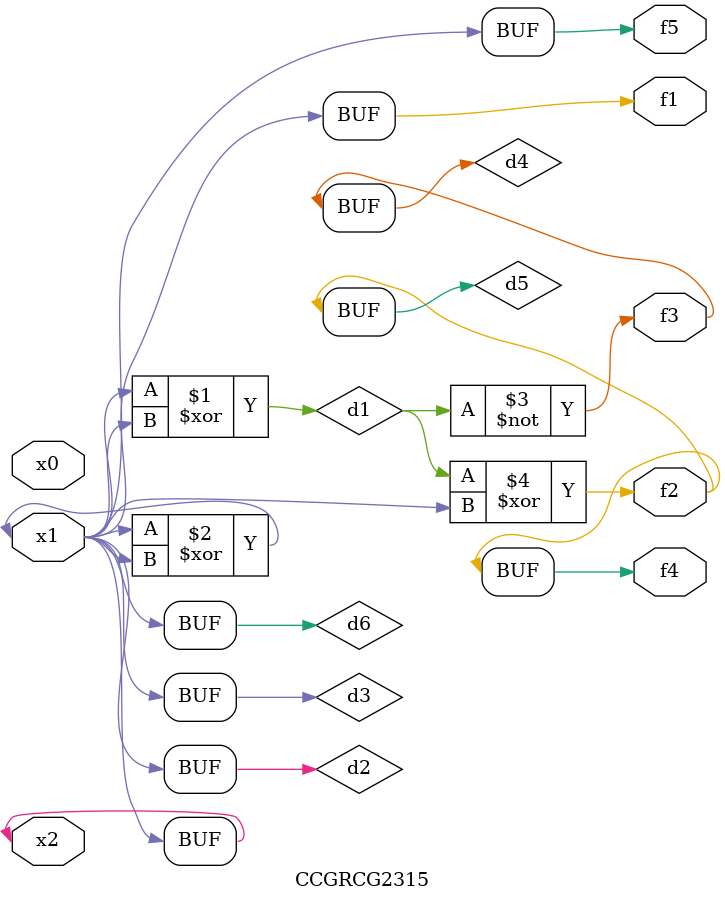
<source format=v>
module CCGRCG2315(
	input x0, x1, x2,
	output f1, f2, f3, f4, f5
);

	wire d1, d2, d3, d4, d5, d6;

	xor (d1, x1, x2);
	buf (d2, x1, x2);
	xor (d3, x1, x2);
	nor (d4, d1);
	xor (d5, d1, d2);
	buf (d6, d2, d3);
	assign f1 = d6;
	assign f2 = d5;
	assign f3 = d4;
	assign f4 = d5;
	assign f5 = d6;
endmodule

</source>
